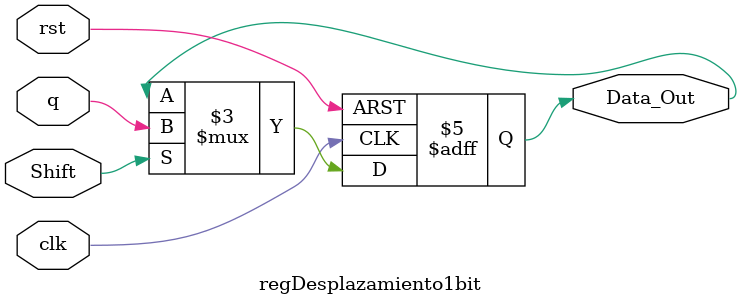
<source format=v>
`timescale 1ns / 1ps
module regDesplazamiento1bit(clk, rst, Shift, q, Data_Out);
    input clk, rst, Shift, q;
    output reg Data_Out;

always @(posedge clk, posedge rst)
    if (rst)
        Data_Out = 1'b0;
    else if(Shift)
        Data_Out = q;
    else
        Data_Out = Data_Out;

endmodule

</source>
